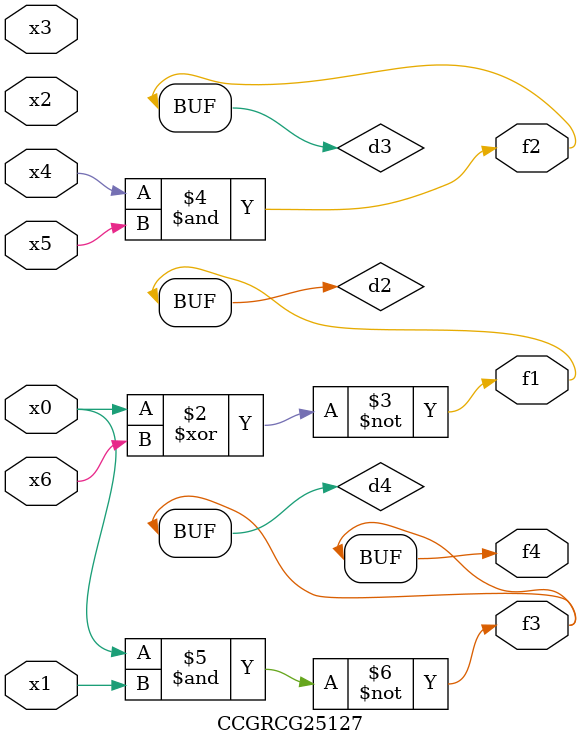
<source format=v>
module CCGRCG25127(
	input x0, x1, x2, x3, x4, x5, x6,
	output f1, f2, f3, f4
);

	wire d1, d2, d3, d4;

	nor (d1, x0);
	xnor (d2, x0, x6);
	and (d3, x4, x5);
	nand (d4, x0, x1);
	assign f1 = d2;
	assign f2 = d3;
	assign f3 = d4;
	assign f4 = d4;
endmodule

</source>
